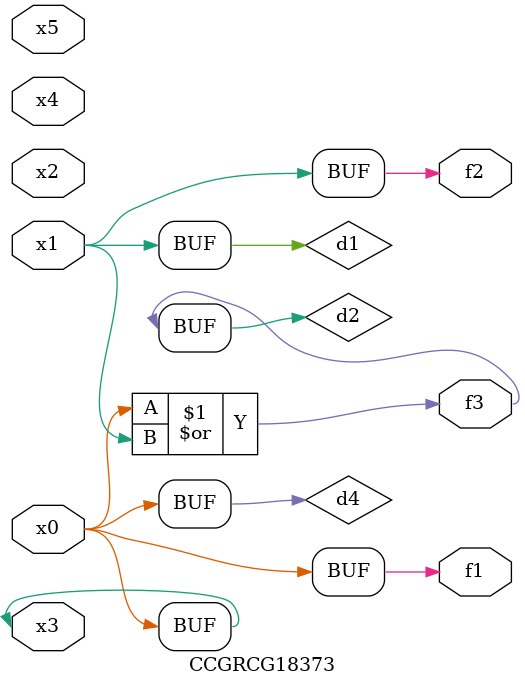
<source format=v>
module CCGRCG18373(
	input x0, x1, x2, x3, x4, x5,
	output f1, f2, f3
);

	wire d1, d2, d3, d4;

	and (d1, x1);
	or (d2, x0, x1);
	nand (d3, x0, x5);
	buf (d4, x0, x3);
	assign f1 = d4;
	assign f2 = d1;
	assign f3 = d2;
endmodule

</source>
